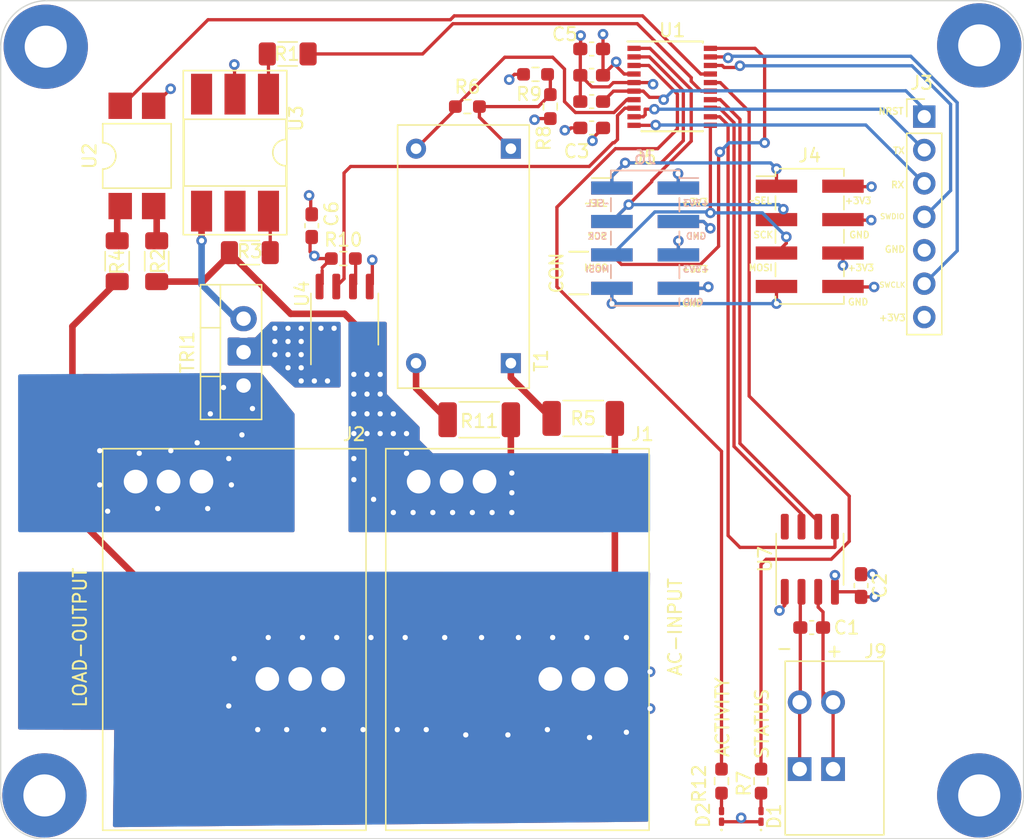
<source format=kicad_pcb>
(kicad_pcb (version 20210722) (generator pcbnew)
  (layers (0 "F.Cu" signal) (1 "In1.Cu" signal "VDD") (2 "In2.Cu" signal "GND") (31 "B.Cu" signal) (34 "B.Paste" user) (35 "F.Paste" user) (36 "B.SilkS" user "B.Silkscreen") (37 "F.SilkS" user "F.Silkscreen") (38 "B.Mask" user) (39 "F.Mask" user) (44 "Edge.Cuts" user))
  (net 0 "")
  (net 1 "Net-(U7-Pad2)")
  (net 2 "Net-(U7-Pad3)")
  (net 3 "GND")
  (net 4 "+3V3")
  (net 5 "Net-(D1-Pad2)")
  (net 6 "AC1")
  (net 7 "AC2")
  (net 8 "AC_LOAD0")
  (net 9 "enable_power")
  (net 10 "Net-(R1-Pad2)")
  (net 11 "Net-(U2-Pad2)")
  (net 12 "Net-(R3-Pad1)")
  (net 13 "Net-(U2-Pad1)")
  (net 14 "Net-(R5-Pad2)")
  (net 15 "Net-(R6-Pad1)")
  (net 16 "VOLTAGE_SENS")
  (net 17 "Net-(R10-Pad2)")
  (net 18 "AC_LOAD1")
  (net 19 "Net-(TRI1-Pad3)")
  (net 20 "CURRENT_SENS")
  (net 21 "/Untitled Sheet/CLK")
  (net 22 "/Untitled Sheet/MISO")
  (net 23 "/Untitled Sheet/~{CS}")
  (net 24 "zero_crossing")
  (net 27 "Net-(T1-Pad2)")
  (net 28 "NRST")
  (net 29 "Net-(D2-Pad2)")
  (net 30 "UART_RX")
  (net 31 "UART_TX")
  (net 32 "SWDIO")
  (net 33 "SWCLK")
  (net 34 "SPI_SCK")
  (net 35 "SPI_SEL")
  (net 36 "SPI_MOSI")
  (net 37 "SPI_MISO")
  (net 38 "Net-(R7-Pad2)")
  (net 39 "Net-(R12-Pad2)")
  (net 40 "RET_MISO")
  (footprint "LED_SMD:LED_0201_0603Metric_Pad0.64x0.40mm_HandSolder" (layer "F.Cu") (at 166.425 125.5925 90)
    (fp_text reference "D1")
    (fp_text value "LED_green" hide)
  )
  (footprint "Capacitor_SMD:C_0603_1608Metric_Pad1.08x0.95mm_HandSolder" (layer "F.Cu") (at 170.2725 111.239999)
    (fp_text reference "C1")
    (fp_text value "10.0nF" hide)
  )
  (footprint "Resistor_SMD:R_0603_1608Metric_Pad0.98x0.95mm_HandSolder" (layer "F.Cu") (at 149.3 69.2)
    (fp_text reference "R9")
    (fp_text value "100k" hide)
  )
  (footprint "Resistor_SMD:R_0603_1608Metric_Pad0.98x0.95mm_HandSolder" (layer "F.Cu") (at 163.425 122.9125 90)
    (fp_text reference "R12")
    (fp_text value "110" hide)
  )
  (footprint "Resistor_SMD:R_1206_3216Metric_Pad1.30x1.75mm_HandSolder" (layer "F.Cu") (at 120.52548 83.399519 -90)
    (fp_text reference "R2")
    (fp_text value "47k" hide)
  )
  (footprint "Connector_PinHeader_2.54mm:PinHeader_2x04_P2.54mm_Vertical_SMD" (layer "F.Cu") (at 170.125 81.51)
    (fp_text reference "J4")
    (fp_text value "Conn_02x04_Odd_Even")
  )
  (footprint "Package_SO:SOIC-8_3.9x4.9mm_P1.27mm" (layer "F.Cu") (at 134.8 87.8 90)
    (fp_text reference "U4")
    (fp_text value "ACS71240" hide)
  )
  (footprint "Capacitor_SMD:C_0603_1608Metric_Pad1.08x0.95mm_HandSolder" (layer "F.Cu") (at 153.5625 69.271466 180)
    (fp_text reference "C4" hide)
    (fp_text value "100nF" hide)
  )
  (footprint "" (layer "F.Cu") (at 183 67)
    (fp_text reference "")
    (fp_text value "")
  )
  (footprint "Resistor_SMD:R_0603_1608Metric_Pad0.98x0.95mm_HandSolder" (layer "F.Cu") (at 166.425 122.9125 90)
    (fp_text reference "R7")
    (fp_text value "110" hide)
  )
  (footprint "" (layer "F.Cu") (at 112 124)
    (fp_text reference "")
    (fp_text value "")
  )
  (footprint "Package_SO:SSOP-20_4.4x6.5mm_P0.65mm" (layer "F.Cu") (at 159.679511 70.149999)
    (fp_text reference "U1")
    (fp_text value "STM32G030F6P")
  )
  (footprint "pac:Transformer_ZMPT107-1" (layer "F.Cu") (at 147.425 91.149999 90)
    (fp_text reference "T1")
    (fp_text value "Transformer_1P_1S")
  )
  (footprint "Resistor_SMD:R_1206_3216Metric_Pad1.30x1.75mm_HandSolder" (layer "F.Cu") (at 127.6 82.749999 180)
    (fp_text reference "R3")
    (fp_text value "330" hide)
  )
  (footprint "Connector_PinHeader_2.54mm:PinHeader_2x04_P2.54mm_Vertical_SMD" (layer "F.Cu") (at 157.625 81.649999)
    (fp_text reference "J5")
    (fp_text value "Conn_02x04_Odd_Even")
  )
  (footprint "Capacitor_SMD:C_0603_1608Metric_Pad1.08x0.95mm_HandSolder" (layer "F.Cu") (at 153.5625 67.271466 180)
    (fp_text reference "C5")
    (fp_text value "4.7uF" hide)
  )
  (footprint "Resistor_SMD:R_1206_3216Metric_Pad1.30x1.75mm_HandSolder" (layer "F.Cu") (at 117.52548 83.399519 -90)
    (fp_text reference "R4")
    (fp_text value "47k" hide)
  )
  (footprint "Capacitor_SMD:C_0603_1608Metric_Pad1.08x0.95mm_HandSolder" (layer "F.Cu") (at 153.5625 73.271466 180)
    (fp_text reference "C3")
    (fp_text value "100nF" hide)
  )
  (footprint "Resistor_SMD:R_1206_3216Metric_Pad1.30x1.75mm_HandSolder" (layer "F.Cu") (at 130.475 67.649999 180)
    (fp_text reference "R1")
    (fp_text value "330" hide)
  )
  (footprint "Package_TO_SOT_THT:TO-220-3_Vertical" (layer "F.Cu") (at 127.125 92.849999 90)
    (fp_text reference "TRI1")
    (fp_text value "BTA16-600BWRG")
  )
  (footprint "Resistor_SMD:R_0603_1608Metric_Pad0.98x0.95mm_HandSolder" (layer "F.Cu") (at 150.425 71.649999 -90)
    (fp_text reference "R8")
    (fp_text value "100k" hide)
  )
  (footprint "Resistor_SMD:R_2010_5025Metric_Pad1.40x2.65mm_HandSolder" (layer "F.Cu") (at 145.025 95.449999 180)
    (fp_text reference "R11")
    (fp_text value "162k" hide)
  )
  (footprint "Package_SO:SOIC-8_3.9x4.9mm_P1.27mm" (layer "F.Cu") (at 170.135 106.049999 90)
    (fp_text reference "U7")
    (fp_text value "MAX31855KASA+T" hide)
  )
  (footprint "Connector_PinHeader_2.54mm:PinHeader_1x07_P2.54mm_Vertical" (layer "F.Cu") (at 178.825 72.409999)
    (fp_text reference "J3")
    (fp_text value "Conn_01x07" hide)
  )
  (footprint "Resistor_SMD:R_0603_1608Metric_Pad0.98x0.95mm_HandSolder" (layer "F.Cu") (at 144.125 71.649999 180)
    (fp_text reference "R6")
    (fp_text value "1650" hide)
  )
  (footprint "Package_DIP:SMDIP-4_W7.62mm" (layer "F.Cu") (at 119.02548 75.399519 90)
    (fp_text reference "U2")
    (fp_text value "PC3H4" hide)
  )
  (footprint "pac:con_A123829-ND‎" (layer "F.Cu") (at 169.36 122)
    (fp_text reference "J9")
    (fp_text value "Screw_Terminal_01x02" hide)
  )
  (footprint "Capacitor_SMD:C_0603_1608Metric_Pad1.08x0.95mm_HandSolder" (layer "F.Cu") (at 153.5625 71.271466 180)
    (fp_text reference "C7" hide)
    (fp_text value "1uF" hide)
  )
  (footprint "pac:con_EB167A-02-H" (layer "F.Cu") (at 126.425 111.649999)
    (fp_text reference "J2")
    (fp_text value "TB005-762-02BE" hide)
  )
  (footprint "Resistor_SMD:R_0603_1608Metric_Pad0.98x0.95mm_HandSolder" (layer "F.Cu") (at 134.7 83.2)
    (fp_text reference "R10")
    (fp_text value "10k")
  )
  (footprint "pac:con_EB167A-02-H" (layer "F.Cu") (at 147.925 111.649999)
    (fp_text reference "J1")
    (fp_text value "TB005-762-02BE" hide)
  )
  (footprint "MountingHole:MountingHole_3.2mm_M3_Pad" (layer "F.Cu") (at 112.1 67.1)
    (fp_text reference "REF**" hide)
    (fp_text value "MountingHole_3.2mm_M3_Pad" hide)
  )
  (footprint "Capacitor_SMD:C_0603_1608Metric_Pad1.08x0.95mm_HandSolder" (layer "F.Cu") (at 174.025 108.049999 -90)
    (fp_text reference "C2")
    (fp_text value "1.0uF" hide)
  )
  (footprint "Package_DIP:DIP-6_W8.89mm_SMDSocket_LongPads" (layer "F.Cu") (at 126.475 75.149999 -90)
    (fp_text reference "U3")
    (fp_text value "MOC3063S-TA1 " hide)
  )
  (footprint "LED_SMD:LED_0201_0603Metric_Pad0.64x0.40mm_HandSolder" (layer "F.Cu") (at 163.425 125.5925 90)
    (fp_text reference "D2")
    (fp_text value "LED_yellow" hide)
  )
  (footprint "Capacitor_SMD:C_0603_1608Metric_Pad1.08x0.95mm_HandSolder" (layer "F.Cu") (at 132.3 80.7 90)
    (fp_text reference "C6")
    (fp_text value "1uF")
  )
  (footprint "" (layer "F.Cu") (at 183 124)
    (fp_text reference "")
    (fp_text value "")
  )
  (footprint "Resistor_SMD:R_2010_5025Metric_Pad1.40x2.65mm_HandSolder" (layer "F.Cu") (at 152.925 95.349999 180)
    (fp_text reference "R5")
    (fp_text value "162k" hide)
  )
  (footprint "Connector_PinHeader_2.54mm:PinHeader_2x04_P2.54mm_Vertical_SMD" (layer "B.Cu") (at 157.625 81.649999 180)
    (fp_text reference "J6")
    (fp_text value "Conn_02x04_Odd_Even" hide)
  )
  (gr_arc (start 182.966548 67) (end 186.366548 67) (angle -90) (layer "Edge.Cuts") (width 0.1))
  (gr_arc (start 183.066548 124) (end 183.066548 127.3) (angle -90) (layer "Edge.Cuts") (width 0.1))
  (gr_line (start 111.974874 127.3) (end 183.066548 127.3) (layer "Edge.Cuts") (width 0.1))
  (gr_arc (start 111.974874 124) (end 108.674874 124) (angle -90) (layer "Edge.Cuts") (width 0.1))
  (gr_line (start 108.674874 124) (end 108.674874 67.1) (layer "Edge.Cuts") (width 0.1))
  (gr_line (start 182.966548 63.6) (end 112.174874 63.6) (layer "Edge.Cuts") (width 0.1))
  (gr_line (start 186.366548 124) (end 186.366548 67) (layer "Edge.Cuts") (width 0.1))
  (gr_arc (start 112.174874 67.1) (end 112.174874 63.6) (angle -90) (layer "Edge.Cuts") (width 0.1))
  (gr_text "+3V3" (at 161.5 84) (layer "B.SilkS") (effects (font (size 0.5 0.5) (thickness 0.1)) (justify mirror)))
  (gr_text "~SEL" (at 154 79) (layer "B.SilkS") (effects (font (size 0.5 0.5) (thickness 0.1)) (justify mirror)))
  (gr_text "GND" (at 161.295238 86.5) (layer "B.SilkS") (effects (font (size 0.5 0.5) (thickness 0.1)) (justify mirror)))
  (gr_text "MOSI" (at 154 84) (layer "B.SilkS") (effects (font (size 0.5 0.5) (thickness 0.1)) (justify mirror)))
  (gr_text "SCK" (at 154 81.5) (layer "B.SilkS") (effects (font (size 0.5 0.5) (thickness 0.1)) (justify mirror)))
  (gr_text "+3V3" (at 161.5 79) (layer "B.SilkS") (effects (font (size 0.5 0.5) (thickness 0.1)) (justify mirror)))
  (gr_text "GND" (at 161.5 81.5) (layer "B.SilkS") (effects (font (size 0.5 0.5) (thickness 0.1)) (justify mirror)))
  (gr_text "NRST" (at 176.3 72) (layer "F.SilkS") (effects (font (size 0.5 0.5) (thickness 0.1))))
  (gr_text "+3V3" (at 161.4 78.9) (layer "F.SilkS") (effects (font (size 0.5 0.5) (thickness 0.1))))
  (gr_text "~SEL" (at 153.9 79) (layer "F.SilkS") (effects (font (size 0.5 0.5) (thickness 0.1))))
  (gr_text "GND" (at 176.6 82.5) (layer "F.SilkS") (effects (font (size 0.5 0.5) (thickness 0.1))))
  (gr_text "GND" (at 173.8 86.5) (layer "F.SilkS") (effects (font (size 0.5 0.5) (thickness 0.1))))
  (gr_text "+3V3" (at 174 83.9) (layer "F.SilkS") (effects (font (size 0.5 0.5) (thickness 0.1))))
  (gr_text "SWDIO" (at 176.4 80) (layer "F.SilkS") (effects (font (size 0.4 0.4) (thickness 0.075))))
  (gr_text "SCK" (at 154 81.5) (layer "F.SilkS") (effects (font (size 0.5 0.5) (thickness 0.1))))
  (gr_text "SWCLK" (at 176.4 85.2) (layer "F.SilkS") (effects (font (size 0.4 0.4) (thickness 0.075))))
  (gr_text "-" (at 168.2 112.8) (layer "F.SilkS") (effects (font (size 1 1))))
  (gr_text "+3V3" (at 161.4 84) (layer "F.SilkS") (effects (font (size 0.5 0.5) (thickness 0.1))))
  (gr_text "GND" (at 173.9 81.4) (layer "F.SilkS") (effects (font (size 0.5 0.5) (thickness 0.1))))
  (gr_text "GND" (at 161.5 81.5) (layer "F.SilkS") (effects (font (size 0.5 0.5) (thickness 0.1))))
  (gr_text "SCK" (at 166.6 81.4) (layer "F.SilkS") (effects (font (size 0.5 0.5) (thickness 0.1))))
  (gr_text "TX" (at 176.9 75) (layer "F.SilkS") (effects (font (size 0.5 0.5) (thickness 0.1))))
  (gr_text "MOSI" (at 166.4 83.9) (layer "F.SilkS") (effects (font (size 0.5 0.5) (thickness 0.1))))
  (gr_text "+3V3" (at 176.4 87.7) (layer "F.SilkS") (effects (font (size 0.5 0.5) (thickness 0.1))))
  (gr_text "RX" (at 176.8 77.6) (layer "F.SilkS") (effects (font (size 0.5 0.5) (thickness 0.1))))
  (gr_text "+" (at 172 113) (layer "F.SilkS") (effects (font (size 1 1))))
  (gr_text "~SEL" (at 166.4 78.8) (layer "F.SilkS") (effects (font (size 0.5 0.5) (thickness 0.1))))
  (gr_text "MISO" (at 153.9 83.9) (layer "F.SilkS") (effects (font (size 0.5 0.5) (thickness 0.1))))
  (gr_text "GND" (at 161.2 86.6) (layer "F.SilkS") (effects (font (size 0.5 0.5) (thickness 0.1))))
  (gr_text "+3V3" (at 173.8 78.8) (layer "F.SilkS") (effects (font (size 0.5 0.5) (thickness 0.1))))
  (gr_text "CON\n|   |" (at 151.7 84.3 90) (layer "F.SilkS") (effects (font (size 1 1))))
  (segment (start 169.36 116.92) (end 169.36 122) (width 0.25) (layer "F.Cu") (net 1))
  (segment (start 169.41 111.239999) (end 169.41 117.494999) (width 0.25) (layer "F.Cu") (net 1))
  (segment (start 169.41 108.614999) (end 169.5 108.524999) (width 0.25) (layer "F.Cu") (net 1))
  (segment (start 169.41 111.239999) (end 169.41 108.614999) (width 0.25) (layer "F.Cu") (net 1))
  (segment (start 171.9 116.92) (end 171.9 122) (width 0.25) (layer "F.Cu") (net 2))
  (segment (start 171.135 111.239999) (end 171.135 116.829999) (width 0.25) (layer "F.Cu") (net 2))
  (segment (start 171.135 110.059999) (end 170.77 109.694999) (width 0.25) (layer "F.Cu") (net 2))
  (segment (start 171.16 116.18) (end 171.9 116.92) (width 0.25) (layer "F.Cu") (net 2))
  (segment (start 170.77 109.694999) (end 170.77 108.524999) (width 0.25) (layer "F.Cu") (net 2))
  (segment (start 171.135 111.239999) (end 171.135 110.059999) (width 0.25) (layer "F.Cu") (net 2))
  (segment (start 162.575 80.899999) (end 162.055 80.379999) (width 0.25) (layer "F.Cu") (net 3))
  (segment (start 152.725 66.749999) (end 152.712456 66.762543) (width 0.25) (layer "F.Cu") (net 3))
  (segment (start 154.885365 70.149999) (end 153.578533 70.149999) (width 0.25) (layer "F.Cu") (net 3))
  (segment (start 168.23 108.524999) (end 168.23 109.544999) (width 0.25) (layer "F.Cu") (net 3))
  (segment (start 152.7 67.271466) (end 152.712456 66.762543) (width 0.25) (layer "F.Cu") (net 3))
  (segment (start 151.525 73.449999) (end 151.925 73.349999) (width 0.25) (layer "F.Cu") (net 3))
  (segment (start 152.7 71.271466) (end 152.7 69.271466) (width 0.25) (layer "F.Cu") (net 3))
  (segment (start 136.905 85.125) (end 136.705 85.325) (width 0.25) (layer "F.Cu") (net 3))
  (segment (start 162.315 85.459999) (end 162.425 85.349999) (width 0.25) (layer "F.Cu") (net 3))
  (segment (start 172.65 85.359999) (end 175.015 85.359999) (width 0.25) (layer "F.Cu") (net 3))
  (segment (start 126.475 70.704999) (end 126.435846 68.939153) (width 0.25) (layer "F.Cu") (net 3))
  (segment (start 148.3875 69.2) (end 147.7 69.2) (width 0.25) (layer "F.Cu") (net 3))
  (segment (start 152.7 69.271466) (end 152.7 67.271466) (width 0.25) (layer "F.Cu") (net 3))
  (segment (start 156.779511 69.824999) (end 155.210365 69.824999) (width 0.25) (layer "F.Cu") (net 3))
  (segment (start 153.578533 70.149999) (end 152.7 69.271466) (width 0.25) (layer "F.Cu") (net 3))
  (segment (start 155.210365 69.824999) (end 154.885365 70.149999) (width 0.25) (layer "F.Cu") (net 3))
  (segment (start 121.58548 70.299519) (end 120.29548 71.589519) (width 0.25) (layer "F.Cu") (net 3))
  (segment (start 168.23 109.544999) (end 167.825 109.949999) (width 0.25) (layer "F.Cu") (net 3))
  (segment (start 172.65 80.279999) (end 174.795 80.279999) (width 0.25) (layer "F.Cu") (net 3))
  (segment (start 132.1 78.4) (end 132.225 78.525) (width 0.25) (layer "F.Cu") (net 3))
  (segment (start 126.425 68.449999) (end 126.425 68.928307) (width 0.25) (layer "F.Cu") (net 3))
  (segment (start 152.725 66.249999) (end 152.725 66.749999) (width 0.25) (layer "F.Cu") (net 3))
  (segment (start 152.003533 73.271466) (end 151.525 73.449999) (width 0.25) (layer "F.Cu") (net 3))
  (segment (start 160.15 85.459999) (end 162.315 85.459999) (width 0.25) (layer "F.Cu") (net 3))
  (segment (start 126.425 68.449999) (end 126.475 68.799999) (width 0.25) (layer "F.Cu") (net 3))
  (segment (start 147.7 69.2) (end 147.3 69.6) (width 0.25) (layer "F.Cu") (net 3))
  (segment (start 136.9 83.3) (end 136.905 83.305) (width 0.25) (layer "F.Cu") (net 3))
  (segment (start 136.905 83.505) (end 136.905 85.125) (width 0.25) (layer "F.Cu") (net 3))
  (segment (start 126.425 68.928307) (end 126.435846 68.939153) (width 0.25) (layer "F.Cu") (net 3))
  (segment (start 132.225 78.525) (end 132.225 79.7625) (width 0.25) (layer "F.Cu") (net 3))
  (segment (start 156.779511 69.824999) (end 158.1 69.824999) (width 0.25) (layer "F.Cu") (net 3))
  (segment (start 162.055 80.379999) (end 160.15 80.379999) (width 0.25) (layer "F.Cu") (net 3))
  (segment (start 174.025 107.187499) (end 174.8875 107.187499) (width 0.25) (layer "F.Cu") (net 3))
  (segment (start 152.725 66.249999) (end 152.7 66.574999) (width 0.25) (layer "F.Cu") (net 3))
  (segment (start 152.7 73.271466) (end 152.003533 73.271466) (width 0.25) (layer "F.Cu") (net 3))
  (segment (start 132.225 79.7625) (end 132.3 79.8375) (width 0.25) (layer "F.Cu") (net 3))
  (segment (start 158.1 69.824999) (end 158.225 69.949999) (width 0.25) (layer "F.Cu") (net 3))
  (via (at 136.9 83.3) (size 0.8) (drill 0.4) (layers "F.Cu" "B.Cu") (net 3))
  (via (at 175.015 85.359999) (size 0.8) (drill 0.4) (layers "F.Cu" "B.Cu") (net 3))
  (via (at 158.225 69.949999) (size 0.8) (drill 0.4) (layers "F.Cu" "B.Cu") (net 3))
  (via (at 174.8875 107.187499) (size 0.8) (drill 0.4) (layers "F.Cu" "B.Cu") (net 3))
  (via (at 174.795 80.279999) (size 0.8) (drill 0.4) (layers "F.Cu" "B.Cu") (net 3))
  (via (at 126.425 68.449999) (size 0.8) (drill 0.4) (layers "F.Cu" "B.Cu") (net 3))
  (via (at 167.825 109.949999) (size 0.8) (drill 0.4) (layers "F.Cu" "B.Cu") (net 3))
  (via (at 132.1 78.4) (size 0.8) (drill 0.4) (layers "F.Cu" "B.Cu") (net 3))
  (via (at 152.725 66.249999) (size 0.8) (drill 0.4) (layers "F.Cu" "B.Cu") (net 3))
  (via (at 162.575 80.899999) (size 0.8) (drill 0.4) (layers "F.Cu" "B.Cu") (net 3))
  (via (at 151.525 73.449999) (size 0.8) (drill 0.4) (layers "F.Cu" "B.Cu") (net 3))
  (via (at 147.3 69.6) (size 0.8) (drill 0.4) (layers "F.Cu" "B.Cu") (net 3))
  (via (at 162.425 85.349999) (size 0.8) (drill 0.4) (layers "F.Cu" "B.Cu") (net 3))
  (via (at 121.58548 70.299519) (size 0.8) (drill 0.4) (layers "F.Cu" "B.Cu") (net 3))
  (segment (start 160.15 80.379999) (end 162.055 80.379999) (width 0.25) (layer "B.Cu") (net 3))
  (segment (start 162.315 85.459999) (end 162.425 85.349999) (width 0.25) (layer "B.Cu") (net 3))
  (segment (start 160.15 85.459999) (end 162.315 85.459999) (width 0.25) (layer "B.Cu") (net 3))
  (segment (start 162.055 80.379999) (end 162.575 80.899999) (width 0.25) (layer "B.Cu") (net 3))
  (segment (start 172.65 77.739999) (end 174.815 77.739999) (width 0.25) (layer "F.Cu") (net 4))
  (segment (start 160.15 82.919999) (end 160.15 81.849999) (width 0.25) (layer "F.Cu") (net 4))
  (segment (start 132.7 83.2) (end 133.7875 83.2) (width 0.25) (layer "F.Cu") (net 4))
  (segment (start 153.625 74.249999) (end 153.625 74.071466) (width 0.25) (layer "F.Cu") (net 4))
  (segment (start 154.425 69.249999) (end 155.425 68.249999) (width 0.25) (layer "F.Cu") (net 4))
  (segment (start 172.04 108.524999) (end 172.04 107.264999) (width 0.25) (layer "F.Cu") (net 4))
  (segment (start 133.095 83.8925) (end 133.7875 83.2) (width 0.25) (layer "F.Cu") (net 4))
  (segment (start 132.175 81.6875) (end 132.3 81.5625) (width 0.25) (layer "F.Cu") (net 4))
  (segment (start 154.425 67.271466) (end 154.425 66.149999) (width 0.25) (layer "F.Cu") (net 4))
  (segment (start 132.175 82.675) (end 132.175 81.6875) (width 0.25) (layer "F.Cu") (net 4))
  (segment (start 132.5 83) (end 132.175 82.675) (width 0.25) (layer "F.Cu") (net 4))
  (segment (start 172.04 108.524999) (end 173.6375 108.524999) (width 0.25) (layer "F.Cu") (net 4))
  (segment (start 154.425 69.271466) (end 154.425 67.271466) (width 0.25) (layer "F.Cu") (net 4))
  (segment (start 155.425 68.570488) (end 155.425 68.249999) (width 0.25) (layer "F.Cu") (net 4))
  (segment (start 149.3125 72.562499) (end 149.225 72.649999) (width 0.25) (layer "F.Cu") (net 4))
  (segment (start 133.095 85.125) (end 133.095 84.0925) (width 0.25) (layer "F.Cu") (net 4))
  (segment (start 163.425 126) (end 164.9175 126) (width 0.25) (layer "F.Cu") (net 4))
  (segment (start 164.9175 126) (end 164.9175 125.7) (width 0.25) (layer "F.Cu") (net 4))
  (segment (start 172.65 82.819999) (end 172.65 83.724999) (width 0.25) (layer "F.Cu") (net 4))
  (segment (start 160.15 77.839999) (end 160.125 76.749999) (width 0.25) (layer "F.Cu") (net 4))
  (segment (start 156.029511 69.174999) (end 155.425 68.570488) (width 0.25) (layer "F.Cu") (net 4))
  (segment (start 150.425 72.562499) (end 149.3125 72.562499) (width 0.25) (layer "F.Cu") (net 4))
  (segment (start 164.9175 126) (end 166.425 126) (width 0.25) (layer "F.Cu") (net 4))
  (segment (start 132.5 83) (end 132.7 83.2) (width 0.25) (layer "F.Cu") (net 4))
  (segment (start 174.025 108.912499) (end 175.0625 108.912499) (width 0.25) (layer "F.Cu") (net 4))
  (segment (start 156.779511 69.174999) (end 156.029511 69.174999) (width 0.25) (layer "F.Cu") (net 4))
  (segment (start 173.6375 108.524999) (end 174.025 108.912499) (width 0.25) (layer "F.Cu") (net 4))
  (segment (start 153.625 74.071466) (end 154.425 73.271466) (width 0.25) (layer "F.Cu") (net 4))
  (segment (start 132.895 85.325) (end 133.095 85.125) (width 0.25) (layer "F.Cu") (net 4))
  (via (at 172.04 107.264999) (size 0.8) (drill 0.4) (layers "F.Cu" "B.Cu") (net 4))
  (via (at 164.9175 125.7) (size 0.8) (drill 0.4) (layers "F.Cu" "B.Cu") (net 4))
  (via (at 149.225 72.649999) (size 0.8) (drill 0.4) (layers "F.Cu" "B.Cu") (net 4))
  (via (at 154.425 66.149999) (size 0.8) (drill 0.4) (layers "F.Cu" "B.Cu") (net 4))
  (via (at 172.65 83.724999) (size 0.8) (drill 0.4) (layers "F.Cu" "B.Cu") (net 4))
  (via (at 160.125 76.749999) (size 0.8) (drill 0.4) (layers "F.Cu" "B.Cu") (net 4))
  (via (at 155.425 68.249999) (size 0.8) (drill 0.4) (layers "F.Cu" "B.Cu") (net 4))
  (via (at 175.0625 108.912499) (size 0.8) (drill 0.4) (layers "F.Cu" "B.Cu") (net 4))
  (via (at 153.625 74.249999) (size 0.8) (drill 0.4) (layers "F.Cu" "B.Cu") (net 4))
  (via (at 132.5 83) (size 0.8) (drill 0.4) (layers "F.Cu" "B.Cu") (net 4))
  (via (at 174.815 77.739999) (size 0.8) (drill 0.4) (layers "F.Cu" "B.Cu") (net 4))
  (via (at 160.15 81.849999) (size 0.8) (drill 0.4) (layers "F.Cu" "B.Cu") (net 4))
  (segment (start 160.15 82.919999) (end 160.15 81.849999) (width 0.25) (layer "B.Cu") (net 4))
  (segment (start 160.15 77.839999) (end 160.125 76.749999) (width 0.25) (layer "B.Cu") (net 4))
  (segment (start 166.425 123.825) (end 166.425 125.185) (width 0.25) (layer "F.Cu") (net 5))
  (segment (start 130.700001 87.4) (end 134.8 87.4) (width 0.5) (layer "F.Cu") (net 6))
  (segment (start 136.2 88.8) (end 136.2 89.77) (width 0.5) (layer "F.Cu") (net 6))
  (segment (start 147.425 95.449999) (end 147.425 98.149999) (width 0.5) (layer "F.Cu") (net 6))
  (segment (start 126.05 82.749999) (end 126.05 82.924999) (width 0.5) (layer "F.Cu") (net 6))
  (segment (start 147.425 98.149999) (end 145.425 100.149999) (width 0.5) (layer "F.Cu") (net 6))
  (segment (start 134.8 87.4) (end 136.2 88.8) (width 0.5) (layer "F.Cu") (net 6))
  (segment (start 136.2 89.77) (end 136.705 90.275) (width 0.5) (layer "F.Cu") (net 6))
  (segment (start 126.05 82.924999) (end 124.02548 84.949519) (width 0.5) (layer "F.Cu") (net 6))
  (segment (start 126.05 82.749999) (end 130.700001 87.4) (width 0.5) (layer "F.Cu") (net 6))
  (segment (start 124.02548 84.949519) (end 120.52548 84.949519) (width 0.5) (layer "F.Cu") (net 6))
  (via (at 147.5 99.5) (size 0.8) (drill 0.4) (layers "F.Cu" "B.Cu") (net 6))
  (via (at 143 102.5) (size 0.8) (drill 0.4) (layers "F.Cu" "B.Cu") (net 6))
  (via (at 144.5 102.5) (size 0.8) (drill 0.4) (layers "F.Cu" "B.Cu") (net 6))
  (via (at 136.5 92) (size 0.8) (drill 0.4) (layers "F.Cu" "B.Cu") (net 6))
  (via (at 135.5 95) (size 0.8) (drill 0.4) (layers "F.Cu" "B.Cu") (net 6))
  (via (at 147.5 102.5) (size 0.8) (drill 0.4) (layers "F.Cu" "B.Cu") (net 6))
  (via (at 138.5 102.5) (size 0.8) (drill 0.4) (layers "F.Cu" "B.Cu") (net 6))
  (via (at 138.5 96.5) (size 0.8) (drill 0.4) (layers "F.Cu" "B.Cu") (net 6))
  (via (at 135.5 96.5) (size 0.8) (drill 0.4) (layers "F.Cu" "B.Cu") (net 6))
  (via (at 139.5 96.5) (size 0.8) (drill 0.4) (layers "F.Cu" "B.Cu") (net 6))
  (via (at 136.5 95) (size 0.8) (drill 0.4) (layers "F.Cu" "B.Cu") (net 6))
  (via (at 137.5 96.5) (size 0.8) (drill 0.4) (layers "F.Cu" "B.Cu") (net 6))
  (via (at 136.5 96.5) (size 0.8) (drill 0.4) (layers "F.Cu" "B.Cu") (net 6))
  (via (at 135.5 98.4) (size 0.8) (drill 0.4) (layers "F.Cu" "B.Cu") (net 6))
  (via (at 139.5 98) (size 0.8) (drill 0.4) (layers "F.Cu" "B.Cu") (net 6))
  (via (at 135.5 100) (size 0.8) (drill 0.4) (layers "F.Cu" "B.Cu") (net 6))
  (via (at 135.5 93.5) (size 0.8) (drill 0.4) (layers "F.Cu" "B.Cu") (net 6))
  (via (at 140 102.5) (size 0.8) (drill 0.4) (layers "F.Cu" "B.Cu") (net 6))
  (via (at 136.5 93.5) (size 0.8) (drill 0.4) (layers "F.Cu" "B.Cu") (net 6))
  (via (at 146 102.5) (size 0.8) (drill 0.4) (layers "F.Cu" "B.Cu") (net 6))
  (via (at 137 101.5) (size 0.8) (drill 0.4) (layers "F.Cu" "B.Cu") (net 6))
  (via (at 147.5 101) (size 0.8) (drill 0.4) (layers "F.Cu" "B.Cu") (net 6))
  (via (at 135.5 92) (size 0.8) (drill 0.4) (layers "F.Cu" "B.Cu") (net 6))
  (via (at 137.5 93.5) (size 0.8) (drill 0.4) (layers "F.Cu" "B.Cu") (net 6))
  (via (at 138.5 95) (size 0.8) (drill 0.4) (layers "F.Cu" "B.Cu") (net 6))
  (via (at 141.5 102.5) (size 0.8) (drill 0.4) (layers "F.Cu" "B.Cu") (net 6))
  (via (at 137.5 92) (size 0.8) (drill 0.4) (layers "F.Cu" "B.Cu") (net 6))
  (via (at 137.5 95) (size 0.8) (drill 0.4) (layers "F.Cu" "B.Cu") (net 6))
  (segment (start 114.125 102.549999) (end 114.125 88.349999) (width 0.5) (layer "F.Cu") (net 7))
  (segment (start 114.125 88.349999) (end 117.52548 84.949519) (width 0.5) (layer "F.Cu") (net 7))
  (segment (start 155.325 115.049999) (end 155.425 115.149999) (width 0.5) (layer "F.Cu") (net 7))
  (segment (start 155.325 95.349999) (end 155.325 115.049999) (width 0.5) (layer "F.Cu") (net 7))
  (segment (start 126.725 115.149999) (end 114.125 102.549999) (width 0.5) (layer "F.Cu") (net 7))
  (segment (start 128.925 115.149999) (end 126.725 115.149999) (width 0.5) (layer "F.Cu") (net 7))
  (via (at 130.4 119) (size 0.8) (drill 0.4) (layers "F.Cu" "B.Cu") (net 7))
  (via (at 133.2 119) (size 0.8) (drill 0.4) (layers "F.Cu" "B.Cu") (net 7))
  (via (at 136.2 119) (size 0.8) (drill 0.4) (layers "F.Cu" "B.Cu") (net 7))
  (via (at 131.6 112) (size 0.8) (drill 0.4) (layers "F.Cu" "B.Cu") (net 7))
  (via (at 145.2 112) (size 0.8) (drill 0.4) (layers "F.Cu" "B.Cu") (net 7))
  (via (at 150.6 112) (size 0.8) (drill 0.4) (layers "F.Cu" "B.Cu") (net 7))
  (via (at 129 112) (size 0.8) (drill 0.4) (layers "F.Cu" "B.Cu") (net 7))
  (via (at 153.2 112) (size 0.8) (drill 0.4) (layers "F.Cu" "B.Cu") (net 7))
  (via (at 150.2 119) (size 0.8) (drill 0.4) (layers "F.Cu" "B.Cu") (net 7))
  (via (at 156.2 112) (size 0.8) (drill 0.4) (layers "F.Cu" "B.Cu") (net 7))
  (via (at 153.4 119.6) (size 0.8) (drill 0.4) (layers "F.Cu" "B.Cu") (net 7))
  (via (at 144 119.4) (size 0.8) (drill 0.4) (layers "F.Cu" "B.Cu") (net 7))
  (via (at 134.2 112) (size 0.8) (drill 0.4) (layers "F.Cu" "B.Cu") (net 7))
  (via (at 156.2 119.2) (size 0.8) (drill 0.4) (layers "F.Cu" "B.Cu") (net 7))
  (via (at 158 117.4) (size 0.8) (drill 0.4) (layers "F.Cu" "B.Cu") (net 7))
  (via (at 148 112) (size 0.8) (drill 0.4) (layers "F.Cu" "B.Cu") (net 7))
  (via (at 126.4 113.6) (size 0.8) (drill 0.4) (layers "F.Cu" "B.Cu") (net 7))
  (via (at 147.2 119.4) (size 0.8) (drill 0.4) (layers "F.Cu" "B.Cu") (net 7))
  (via (at 138.8 119) (size 0.8) (drill 0.4) (layers "F.Cu" "B.Cu") (net 7))
  (via (at 136.8 112) (size 0.8) (drill 0.4) (layers "F.Cu" "B.Cu") (net 7))
  (via (at 126 117.2) (size 0.8) (drill 0.4) (layers "F.Cu" "B.Cu") (net 7))
  (via (at 139.4 112) (size 0.8) (drill 0.4) (layers "F.Cu" "B.Cu") (net 7))
  (via (at 128.2 119) (size 0.8) (drill 0.4) (layers "F.Cu" "B.Cu") (net 7))
  (via (at 142.4 112) (size 0.8) (drill 0.4) (layers "F.Cu" "B.Cu") (net 7))
  (via (at 158 114.6) (size 0.8) (drill 0.4) (layers "F.Cu" "B.Cu") (net 7))
  (via (at 141 119) (size 0.8) (drill 0.4) (layers "F.Cu" "B.Cu") (net 7))
  (via (at 126.2 100.4) (size 0.8) (drill 0.4) (layers "F.Cu" "B.Cu") (net 8))
  (via (at 116.8 102.4) (size 0.8) (drill 0.4) (layers "F.Cu" "B.Cu") (net 8))
  (via (at 123.6 97.2) (size 0.8) (drill 0.4) (layers "F.Cu" "B.Cu") (net 8))
  (via (at 126 98.4) (size 0.8) (drill 0.4) (layers "F.Cu" "B.Cu") (net 8))
  (via (at 116.2 100.4) (size 0.8) (drill 0.4) (layers "F.Cu" "B.Cu") (net 8))
  (via (at 120.6 102.2) (size 0.8) (drill 0.4) (layers "F.Cu" "B.Cu") (net 8))
  (via (at 116.2 97.8) (size 0.8) (drill 0.4) (layers "F.Cu" "B.Cu") (net 8))
  (via (at 119.2 98) (size 0.8) (drill 0.4) (layers "F.Cu" "B.Cu") (net 8))
  (via (at 127.8 94.6) (size 0.8) (drill 0.4) (layers "F.Cu" "B.Cu") (net 8))
  (via (at 125.6 93) (size 0.8) (drill 0.4) (layers "F.Cu" "B.Cu") (net 8))
  (via (at 124.4 102.2) (size 0.8) (drill 0.4) (layers "F.Cu" "B.Cu") (net 8))
  (via (at 127 96.6) (size 0.8) (drill 0.4) (layers "F.Cu" "B.Cu") (net 8))
  (via (at 124.6 95) (size 0.8) (drill 0.4) (layers "F.Cu" "B.Cu") (net 8))
  (via (at 121.6 97.8) (size 0.8) (drill 0.4) (layers "F.Cu" "B.Cu") (net 8))
  (segment (start 161.125 69.71951) (end 161.880489 70.474999) (width 0.25) (layer "F.Cu") (net 9))
  (segment (start 157.025 65.349999) (end 161.125 69.449999) (width 0.25) (layer "F.Cu") (net 9))
  (segment (start 161.125 69.449999) (end 161.125 69.71951) (width 0.25) (layer "F.Cu") (net 9))
  (segment (start 143.025 65.349999) (end 157.025 65.349999) (width 0.25) (layer "F.Cu") (net 9))
  (segment (start 132.025 67.649999) (end 140.725 67.649999) (width 0.25) (layer "F.Cu") (net 9))
  (segment (start 140.725 67.649999) (end 143.025 65.349999) (width 0.25) (layer "F.Cu") (net 9))
  (segment (start 161.880489 70.474999) (end 162.579511 70.474999) (width 0.25) (layer "F.Cu") (net 9))
  (segment (start 129.015 70.704999) (end 129.015 67.739999) (width 0.25) (layer "F.Cu") (net 10))
  (segment (start 129.015 67.739999) (end 128.925 67.649999) (width 0.25) (layer "F.Cu") (net 10))
  (segment (start 120.52548 79.439519) (end 120.29548 79.209519) (width 0.5) (layer "F.Cu") (net 11))
  (segment (start 120.52548 81.849519) (end 120.52548 79.439519) (width 0.5) (layer "F.Cu") (net 11))
  (segment (start 129.015 79.594999) (end 129.15 79.729999) (width 0.25) (layer "F.Cu") (net 12))
  (segment (start 129.15 79.729999) (end 129.15 82.749999) (width 0.25) (layer "F.Cu") (net 12))
  (segment (start 117.52548 79.439519) (end 117.75548 79.209519) (width 0.5) (layer "F.Cu") (net 13))
  (segment (start 117.52548 81.849519) (end 117.52548 79.439519) (width 0.5) (layer "F.Cu") (net 13))
  (segment (start 147.425 92.249999) (end 150.525 95.349999) (width 0.5) (layer "F.Cu") (net 14))
  (segment (start 147.425 91.149999) (end 147.425 92.249999) (width 0.5) (layer "F.Cu") (net 14))
  (segment (start 150.425 70.737499) (end 150.425 69.149999) (width 0.25) (layer "F.Cu") (net 15))
  (segment (start 145.0375 72.462499) (end 147.425 74.849999) (width 0.25) (layer "F.Cu") (net 15))
  (segment (start 149.5125 71.649999) (end 150.425 70.737499) (width 0.25) (layer "F.Cu") (net 15))
  (segment (start 145.0375 71.649999) (end 149.5125 71.649999) (width 0.25) (layer "F.Cu") (net 15))
  (segment (start 145.0375 71.649999) (end 145.0375 72.462499) (width 0.25) (layer "F.Cu") (net 15))
  (segment (start 146.962499 67.9) (end 150.6 67.9) (width 0.25) (layer "F.Cu") (net 16))
  (segment (start 143.2125 71.649999) (end 146.962499 67.9) (width 0.25) (layer "F.Cu") (net 16))
  (segment (start 155.261192 72.1) (end 156.236193 71.124999) (width 0.25) (layer "F.Cu") (net 16))
  (segment (start 151.5 71.268942) (end 152.331058 72.1) (width 0.25) (layer "F.Cu") (net 16))
  (segment (start 140.225 74.849999) (end 143.2125 71.862499) (width 0.25) (layer "F.Cu") (net 16))
  (segment (start 151.5 68.8) (end 151.5 71.268942) (width 0.25) (layer "F.Cu") (net 16))
  (segment (start 156.236193 71.124999) (end 156.779511 71.124999) (width 0.25) (layer "F.Cu") (net 16))
  (segment (start 143.2125 71.862499) (end 143.2125 71.649999) (width 0.25) (layer "F.Cu") (net 16))
  (segment (start 150.6 67.9) (end 151.5 68.8) (width 0.25) (layer "F.Cu") (net 16))
  (segment (start 152.331058 72.1) (end 155.261192 72.1) (width 0.25) (layer "F.Cu") (net 16))
  (segment (start 135.435 85.325) (end 135.635 85.125) (width 0.25) (layer "F.Cu") (net 17))
  (segment (start 135.635 85.125) (end 135.635 83.4225) (width 0.25) (layer "F.Cu") (net 17))
  (segment (start 135.635 83.2225) (end 135.6125 83.2) (width 0.25) (layer "F.Cu") (net 17))
  (via (at 132.5 92.5) (size 0.8) (drill 0.4) (layers "F.Cu" "B.Cu") (net 18))
  (via (at 130.5 91.5) (size 0.8) (drill 0.4) (layers "F.Cu" "B.Cu") (net 18))
  (via (at 130.5 90.5) (size 0.8) (drill 0.4) (layers "F.Cu" "B.Cu") (net 18))
  (via (at 130.5 88.5) (size 0.8) (drill 0.4) (layers "F.Cu" "B.Cu") (net 18))
  (via (at 130.5 89.5) (size 0.8) (drill 0.4) (layers "F.Cu" "B.Cu") (net 18))
  (via (at 134 88.5) (size 0.8) (drill 0.4) (layers "F.Cu" "B.Cu") (net 18))
  (via (at 131.5 90.5) (size 0.8) (drill 0.4) (layers "F.Cu" "B.Cu") (net 18))
  (via (at 131.5 88.5) (size 0.8) (drill 0.4) (layers "F.Cu" "B.Cu") (net 18))
  (via (at 129.5 89.5) (size 0.8) (drill 0.4) (layers "F.Cu" "B.Cu") (net 18))
  (via (at 129.5 90.5) (size 0.8) (drill 0.4) (layers "F.Cu" "B.Cu") (net 18))
  (via (at 129.5 88.5) (size 0.8) (drill 0.4) (layers "F.Cu" "B.Cu") (net 18))
  (via (at 131.5 89.5) (size 0.8) (drill 0.4) (layers "F.Cu" "B.Cu") (net 18))
  (via (at 133.5 92.5) (size 0.8) (drill 0.4) (layers "F.Cu" "B.Cu") (net 18))
  (via (at 131.5 92.5) (size 0.8) (drill 0.4) (layers "F.Cu" "B.Cu") (net 18))
  (via (at 131.5 91.5) (size 0.8) (drill 0.4) (layers "F.Cu" "B.Cu") (net 18))
  (via (at 133 88.5) (size 0.8) (drill 0.4) (layers "F.Cu" "B.Cu") (net 18))
  (segment (start 123.935 79.594999) (end 123.935 81.839999) (width 0.5) (layer "F.Cu") (net 19))
  (via (at 123.935 81.839999) (size 0.8) (drill 0.4) (layers "F.Cu" "B.Cu") (net 19))
  (segment (start 126.545 87.769999) (end 127.125 87.769999) (width 0.5) (layer "B.Cu") (net 19))
  (segment (start 123.935 85.159999) (end 126.545 87.769999) (width 0.5) (layer "B.Cu") (net 19))
  (segment (start 123.935 81.839999) (end 123.935 85.159999) (width 0.5) (layer "B.Cu") (net 19))
  (segment (start 134.75548 76.698121) (end 135.253601 76.2) (width 0.25) (layer "F.Cu") (net 20))
  (segment (start 155.525 74.149999) (end 155.525 72.330488) (width 0.25) (layer "F.Cu") (net 20))
  (segment (start 155.17978 74.400479) (end 155.27452 74.400479) (width 0.25) (layer "F.Cu") (net 20))
  (segment (start 134.165 85.325) (end 134.75548 84.73452) (width 0.25) (layer "F.Cu") (net 20))
  (segment (start 153.380259 76.2) (end 155.17978 74.400479) (width 0.25) (layer "F.Cu") (net 20))
  (segment (start 155.525 72.330488) (end 156.080489 71.774999) (width 0.25) (layer "F.Cu") (net 20))
  (segment (start 155.27452 74.400479) (end 155.525 74.149999) (width 0.25) (layer "F.Cu") (net 20))
  (segment (start 135.253601 76.2) (end 153.380259 76.2) (width 0.25) (layer "F.Cu") (net 20))
  (segment (start 156.080489 71.774999) (end 156.779511 71.774999) (width 0.25) (layer "F.Cu") (net 20))
  (segment (start 134.75548 84.73452) (end 134.75548 76.698121) (width 0.25) (layer "F.Cu") (net 20))
  (segment (start 163.925 104.249999) (end 163.925 73.057184) (width 0.25) (layer "F.Cu") (net 21))
  (segment (start 172.04 103.574999) (end 172.04 105.134999) (width 0.25) (layer "F.Cu") (net 21))
  (segment (start 163.925 73.057184) (end 163.292815 72.424999) (width 0.25) (layer "F.Cu") (net 21))
  (segment (start 163.292815 72.424999) (end 162.579511 72.424999) (width 0.25) (layer "F.Cu") (net 21))
  (segment (start 172.04 105.134999) (end 172.025 105.149999) (width 0.25) (layer "F.Cu") (net 21))
  (segment (start 172.025 105.149999) (end 164.825 105.149999) (width 0.25) (layer "F.Cu") (net 21))
  (segment (start 164.825 105.149999) (end 163.925 104.249999) (width 0.25) (layer "F.Cu") (net 21))
  (segment (start 164.37548 97.47548) (end 164.37548 72.871946) (width 0.25) (layer "F.Cu") (net 22))
  (segment (start 163.278533 71.774999) (end 162.579511 71.774999) (width 0.25) (layer "F.Cu") (net 22))
  (segment (start 164.37548 72.871946) (end 163.278533 71.774999) (width 0.25) (layer "F.Cu") (net 22))
  (segment (start 169.5 103.574999) (end 169.5 102.6) (width 0.25) (layer "F.Cu") (net 22))
  (segment (start 169.5 102.6) (end 164.37548 97.47548) (width 0.25) (layer "F.Cu") (net 22))
  (segment (start 162.579511 71.124999) (end 163.329511 71.124999) (width 0.25) (layer "F.Cu") (net 23))
  (segment (start 170.77 103.194771) (end 170.77 103.574999) (width 0.25) (layer "F.Cu") (net 23))
  (segment (start 164.825 72.620488) (end 164.825 97.249771) (width 0.25) (layer "F.Cu") (net 23))
  (segment (start 164.825 97.249771) (end 170.77 103.194771) (width 0.25) (layer "F.Cu") (net 23))
  (segment (start 163.329511 71.124999) (end 164.825 72.620488) (width 0.25) (layer "F.Cu") (net 23))
  (segment (start 161.85 69.174999) (end 162.579511 69.174999) (width 0.25) (layer "F.Cu") (net 24))
  (segment (start 117.88548 71.589519) (end 124.425 65.049999) (width 0.25) (layer "F.Cu") (net 24))
  (segment (start 124.425 65.049999) (end 142.830704 65.049999) (width 0.25) (layer "F.Cu") (net 24))
  (segment (start 143.125 64.755703) (end 157.430704 64.755703) (width 0.25) (layer "F.Cu") (net 24))
  (segment (start 117.75548 71.589519) (end 117.88548 71.589519) (width 0.25) (layer "F.Cu") (net 24))
  (segment (start 157.430704 64.755703) (end 161.85 69.174999) (width 0.25) (layer "F.Cu") (net 24))
  (segment (start 142.830704 65.049999) (end 143.125 64.755703) (width 0.25) (layer "F.Cu") (net 24))
  (segment (start 140.225 91.149999) (end 140.225 93.049999) (width 0.5) (layer "F.Cu") (net 27))
  (segment (start 140.225 93.049999) (end 142.625 95.449999) (width 0.5) (layer "F.Cu") (net 27))
  (segment (start 155.221467 70.474999) (end 154.425 71.271466) (width 0.25) (layer "F.Cu") (net 28))
  (segment (start 159.031755 71.125499) (end 158.856255 70.949999) (width 0.25) (layer "F.Cu") (net 28))
  (segment (start 158.856255 70.949999) (end 157.953533 70.949999) (width 0.25) (layer "F.Cu") (net 28))
  (segment (start 157.953533 70.949999) (end 157.478533 70.474999) (width 0.25) (layer "F.Cu") (net 28))
  (segment (start 156.779511 70.474999) (end 155.221467 70.474999) (width 0.25) (layer "F.Cu") (net 28))
  (segment (start 157.478533 70.474999) (end 156.779511 70.474999) (width 0.25) (layer "F.Cu") (net 28))
  (via (at 159.031755 71.125499) (size 0.8) (drill 0.4) (layers "F.Cu" "B.Cu") (net 28))
  (segment (start 159.707255 70.449999) (end 177.425 70.449999) (width 0.25) (layer "B.Cu") (net 28))
  (segment (start 177.425 70.449999) (end 178.825 71.849999) (width 0.25) (layer "B.Cu") (net 28))
  (segment (start 178.825 71.849999) (end 178.825 72.409999) (width 0.25) (layer "B.Cu") (net 28))
  (segment (start 159.031755 71.125499) (end 159.707255 70.449999) (width 0.25) (layer "B.Cu") (net 28))
  (segment (start 163.425 123.825) (end 163.425 125.185) (width 0.25) (layer "F.Cu") (net 29))
  (segment (start 158.4 73.074999) (end 158.425 73.049999) (width 0.25) (layer "F.Cu") (net 30))
  (segment (start 156.779511 73.074999) (end 158.4 73.074999) (width 0.25) (layer "F.Cu") (net 30))
  (via (at 158.425 73.049999) (size 0.8) (drill 0.4) (layers "F.Cu" "B.Cu") (net 30))
  (segment (start 174.385 73.049999) (end 178.825 77.489999) (width 0.25) (layer "B.Cu") (net 30))
  (segment (start 158.425 73.049999) (end 174.385 73.049999) (width 0.25) (layer "B.Cu") (net 30))
  (segment (start 157.625 71.849999) (end 158.325 71.849999) (width 0.25) (layer "F.Cu") (net 31))
  (segment (start 157.478533 72.424999) (end 157.625 72.278532) (width 0.25) (layer "F.Cu") (net 31))
  (segment (start 156.779511 72.424999) (end 157.478533 72.424999) (width 0.25) (layer "F.Cu") (net 31))
  (segment (start 157.625 72.278532) (end 157.625 71.849999) (width 0.25) (layer "F.Cu") (net 31))
  (via (at 158.325 71.849999) (size 0.8) (drill 0.4) (layers "F.Cu" "B.Cu") (net 31))
  (segment (start 158.325 71.849999) (end 175.725 71.849999) (width 0.25) (layer "B.Cu") (net 31))
  (segment (start 175.725 71.849999) (end 178.825 74.949999) (width 0.25) (layer "B.Cu") (net 31))
  (segment (start 164.700489 68.67451) (end 164.825 68.549999) (width 0.25) (layer "F.Cu") (net 32))
  (segment (start 162.579511 68.524999) (end 163.475386 68.524999) (width 0.25) (layer "F.Cu") (net 32))
  (segment (start 163.475386 68.524999) (end 163.624897 68.67451) (width 0.25) (layer "F.Cu") (net 32))
  (segment (start 163.624897 68.67451) (end 164.700489 68.67451) (width 0.25) (layer "F.Cu") (net 32))
  (via (at 164.825 68.549999) (size 0.8) (drill 0.4) (layers "F.Cu" "B.Cu") (net 32))
  (segment (start 180.825 78.029999) (end 178.825 80.029999) (width 0.25) (layer "B.Cu") (net 32))
  (segment (start 164.825 68.549999) (end 177.889282 68.549999) (width 0.25) (layer "B.Cu") (net 32))
  (segment (start 180.825 71.485717) (end 180.825 78.029999) (width 0.25) (layer "B.Cu") (net 32))
  (segment (start 177.889282 68.549999) (end 180.825 71.485717) (width 0.25) (layer "B.Cu") (net 32))
  (segment (start 162.579511 67.874999) (end 163.85 67.874999) (width 0.25) (layer "F.Cu") (net 33))
  (segment (start 163.85 67.874999) (end 163.925 67.949999) (width 0.25) (layer "F.Cu") (net 33))
  (via (at 163.925 67.949999) (size 0.8) (drill 0.4) (layers "F.Cu" "B.Cu") (net 33))
  (segment (start 177.800489 67.825488) (end 181.325 71.349999) (width 0.25) (layer "B.Cu") (net 33))
  (segment (start 164.049511 67.825488) (end 177.800489 67.825488) (width 0.25) (layer "B.Cu") (net 33))
  (segment (start 163.925 67.949999) (end 164.049511 67.825488) (width 0.25) (layer "B.Cu") (net 33))
  (segment (start 181.325 71.349999) (end 181.325 82.609999) (width 0.25) (layer "B.Cu") (net 33))
  (segment (start 181.325 82.609999) (end 178.825 85.109999) (width 0.25) (layer "B.Cu") (net 33))
  (segment (start 158.125 77.275488) (end 158.125 77.354999) (width 0.25) (layer "F.Cu") (net 34))
  (segment (start 156.779511 67.224999) (end 157.994772 67.224999) (width 0.25) (layer "F.Cu") (net 34))
  (segment (start 157.994772 67.224999) (end 161.125 70.355227) (width 0.25) (layer "F.Cu") (net 34))
  (segment (start 161.125 70.355227) (end 161.125 74.275488) (width 0.25) (layer "F.Cu") (net 34))
  (segment (start 168.125 79.754999) (end 167.6 80.279999) (width 0.25) (layer "F.Cu") (net 34))
  (segment (start 161.125 74.275488) (end 158.125 77.275488) (width 0.25) (layer "F.Cu") (net 34))
  (segment (start 168.125 79.449999) (end 168.125 79.754999) (width 0.25) (layer "F.Cu") (net 34))
  (segment (start 158.125 77.354999) (end 156.3775 79.102499) (width 0.25) (layer "F.Cu") (net 34))
  (segment (start 155.1 80.379999) (end 156.3775 79.102499) (width 0.25) (layer "F.Cu") (net 34))
  (via (at 156.3775 79.102499) (size 0.8) (drill 0.4) (layers "F.Cu" "B.Cu") (net 34))
  (via (at 168.125 79.449999) (size 0.8) (drill 0.4) (layers "F.Cu" "B.Cu") (net 34))
  (segment (start 156.3775 79.102499) (end 167.7775 79.102499) (width 0.25) (layer "B.Cu") (net 34))
  (segment (start 156.3775 79.102499) (end 155.1 80.379999) (width 0.25) (layer "B.Cu") (net 34))
  (segment (start 167.7775 79.102499) (end 168.125 79.449999) (width 0.25) (layer "B.Cu") (net 34))
  (segment (start 157.95 67.874999) (end 160.525 70.449999) (width 0.25) (layer "F.Cu") (net 35))
  (segment (start 160.525 74.23977) (end 158.83263 75.93214) (width 0.25) (layer "F.Cu") (net 35))
  (segment (start 155.1 77.839999) (end 155.100001 76.939281) (width 0.25) (layer "F.Cu") (net 35))
  (segment (start 158.83263 75.93214) (end 156.107141 75.93214) (width 0.25) (layer "F.Cu") (net 35))
  (segment (start 155.100001 76.939281) (end 156.107141 75.93214) (width 0.25) (layer "F.Cu") (net 35))
  (segment (start 156.779511 67.874999) (end 157.95 67.874999) (width 0.25) (layer "F.Cu") (net 35))
  (segment (start 160.525 70.449999) (end 160.525 74.23977) (width 0.25) (layer "F.Cu") (net 35))
  (segment (start 167.6 77.739999) (end 167.6 76.374999) (width 0.25) (layer "F.Cu") (net 35))
  (via (at 167.6 76.374999) (size 0.8) (drill 0.4) (layers "F.Cu" "B.Cu") (net 35))
  (via (at 156.107141 75.93214) (size 0.8) (drill 0.4) (layers "F.Cu" "B.Cu") (net 35))
  (segment (start 156.107141 75.93214) (end 167.157141 75.93214) (width 0.25) (layer "B.Cu") (net 35))
  (segment (start 155.1 77.839999) (end 155.1 76.939281) (width 0.25) (layer "B.Cu") (net 35))
  (segment (start 155.1 76.939281) (end 156.107141 75.93214) (width 0.25) (layer "B.Cu") (net 35))
  (segment (start 167.157141 75.93214) (end 167.6 76.374999) (width 0.25) (layer "B.Cu") (net 35))
  (segment (start 168.35 81.55) (end 168.35 82.03) (width 0.25) (layer "F.Cu") (net 36))
  (segment (start 168.35 82.03) (end 167.6 82.78) (width 0.25) (layer "F.Cu") (net 36))
  (segment (start 162.579511 79.726999) (end 162.579511 73.074999) (width 0.25) (layer "F.Cu") (net 36))
  (via (at 168.35 81.55) (size 0.8) (drill 0.4) (layers "F.Cu" "B.Cu") (net 36))
  (via (at 162.579511 79.726999) (size 0.8) (drill 0.4) (layers "F.Cu" "B.Cu") (net 36))
  (segment (start 162.579511 79.726999) (end 162.508 79.655488) (width 0.25) (layer "B.Cu") (net 36))
  (segment (start 162.579511 79.726999) (end 166.526999 79.726999) (width 0.25) (layer "B.Cu") (net 36))
  (segment (start 158.364511 79.655488) (end 155.1 82.919999) (width 0.25) (layer "B.Cu") (net 36))
  (segment (start 162.508 79.655488) (end 158.364511 79.655488) (width 0.25) (layer "B.Cu") (net 36))
  (segment (start 166.526999 79.726999) (end 168.35 81.55) (width 0.25) (layer "B.Cu") (net 36))
  (segment (start 166.7 67.949998) (end 165.975001 67.224999) (width 0.25) (layer "F.Cu") (net 37))
  (segment (start 161.83097 83.64451) (end 163.204022 82.271458) (width 0.25) (layer "F.Cu") (net 37))
  (segment (start 165.975001 67.224999) (end 162.579511 67.224999) (width 0.25) (layer "F.Cu") (net 37))
  (segment (start 166.7 74.4) (end 166.7 67.949998) (width 0.25) (layer "F.Cu") (net 37))
  (segment (start 163.204022 82.271458) (end 163.204022 75.195978) (width 0.25) (layer "F.Cu") (net 37))
  (segment (start 155.1 82.919999) (end 155.824511 83.64451) (width 0.25) (layer "F.Cu") (net 37))
  (segment (start 163.204022 75.195978) (end 163.3 75.1) (width 0.25) (layer "F.Cu") (net 37))
  (segment (start 155.824511 83.64451) (end 161.83097 83.64451) (width 0.25) (layer "F.Cu") (net 37))
  (via (at 166.7 74.4) (size 0.8) (drill 0.4) (layers "F.Cu" "B.Cu") (net 37))
  (via (at 163.3 75.1) (size 0.8) (drill 0.4) (layers "F.Cu" "B.Cu") (net 37))
  (segment (start 163.3 75.1) (end 164 74.4) (width 0.25) (layer "B.Cu") (net 37))
  (segment (start 164 74.4) (end 166.7 74.4) (width 0.25) (layer "B.Cu") (net 37))
  (segment (start 163.329511 69.824999) (end 162.579511 69.824999) (width 0.25) (layer "F.Cu") (net 38))
  (segment (start 173.125 104.685717) (end 173.125 101.249999) (width 0.25) (layer "F.Cu") (net 38))
  (segment (start 166.425 106.449999) (end 166.825 106.049999) (width 0.25) (layer "F.Cu") (net 38))
  (segment (start 173.125 101.249999) (end 165.525 93.649999) (width 0.25) (layer "F.Cu") (net 38))
  (segment (start 166.425 122) (end 166.425 106.449999) (width 0.25) (layer "F.Cu") (net 38))
  (segment (start 165.525 72.020488) (end 163.329511 69.824999) (width 0.25) (layer "F.Cu") (net 38))
  (segment (start 166.825 106.049999) (end 171.760718 106.049999) (width 0.25) (layer "F.Cu") (net 38))
  (segment (start 171.760718 106.049999) (end 173.125 104.685717) (width 0.25) (layer "F.Cu") (net 38))
  (segment (start 165.525 93.649999) (end 165.525 72.020488) (width 0.25) (layer "F.Cu") (net 38))
  (segment (start 160.07548 73.349999) (end 158.57548 74.849999) (width 0.25) (layer "F.Cu") (net 39))
  (segment (start 158.57548 74.849999) (end 155.365978 74.849999) (width 0.25) (layer "F.Cu") (net 39))
  (segment (start 150.925 85.349999) (end 163.425 97.849999) (width 0.25) (layer "F.Cu") (net 39))
  (segment (start 150.925 79.290977) (end 150.925 85.349999) (width 0.25) (layer "F.Cu") (net 39))
  (segment (start 157.9 68.524999) (end 160.07548 70.700479) (width 0.25) (layer "F.Cu") (net 39))
  (segment (start 156.779511 68.524999) (end 157.9 68.524999) (width 0.25) (layer "F.Cu") (net 39))
  (segment (start 155.365978 74.849999) (end 150.925 79.290977) (width 0.25) (layer "F.Cu") (net 39))
  (segment (start 163.425 97.849999) (end 163.425 122) (width 0.25) (layer "F.Cu") (net 39))
  (segment (start 160.07548 70.700479) (end 160.07548 73.349999) (width 0.25) (layer "F.Cu") (net 39))
  (segment (start 167.6 85.359999) (end 167.6 86.624999) (width 0.25) (layer "F.Cu") (net 40))
  (segment (start 155.1 85.459999) (end 155.1 86.624999) (width 0.25) (layer "F.Cu") (net 40))
  (via (at 167.6 86.624999) (size 0.8) (drill 0.4) (layers "F.Cu" "B.Cu") (net 40))
  (via (at 155.1 86.624999) (size 0.8) (drill 0.4) (layers "F.Cu" "B.Cu") (net 40))
  (segment (start 155.1 86.624999) (end 167.6 86.624999) (width 0.25) (layer "B.Cu") (net 40))
  (segment (start 155.1 85.459999) (end 155.1 86.624999) (width 0.25) (layer "B.Cu") (net 40))
  (zone (net 8) (net_name "AC_LOAD0") (layers "F.Cu" "In1.Cu" "In2.Cu" "B.Cu") (connect_pads yes (clearance 0.508)) (min_thickness 0.254) (fill yes (thermal_gap 0.508) (thermal_bridge_width 0.508))
    (polygon (pts (xy 131 95) (xy 131 97.6) (xy 131 104) (xy 110 104) (xy 110 92) (xy 125.6 91.9) (xy 128.5 91.9)))
  )
  (zone (net 7) (net_name "AC2") (layers "F.Cu" "In1.Cu" "In2.Cu" "B.Cu") (connect_pads yes (clearance 0.508)) (min_thickness 0.254) (fill yes (thermal_gap 0.508) (thermal_bridge_width 0.508))
    (polygon (pts (xy 158.000288 106.99381) (xy 157.90003 125.99381) (xy 117.199817 126.413511) (xy 117.299817 119.013511) (xy 110 119) (xy 110.000258 107)))
  )
  (zone (net 6) (net_name "AC1") (layers "F.Cu" "In1.Cu" "In2.Cu" "B.Cu") (connect_pads yes (clearance 0.508)) (min_thickness 0.254) (fill yes (thermal_gap 0.508) (thermal_bridge_width 0.508))
    (polygon (pts (xy 138 93.5) (xy 140.5 96) (xy 140.5 97) (xy 141.5 98) (xy 158 98) (xy 158 104) (xy 135.09 104) (xy 135.09 88) (xy 138 88)))
  )
  (zone (net 18) (net_name "AC_LOAD1") (layers "F.Cu" "In1.Cu" "In2.Cu" "B.Cu") (connect_pads yes (clearance 0.508)) (min_thickness 0.254) (fill yes (thermal_gap 0.508) (thermal_bridge_width 0.508))
    (polygon (pts (xy 134.5 93) (xy 131 93) (xy 129.166661 91.33) (xy 125.91 91.33) (xy 125.91 89.2) (xy 128 89.2) (xy 129.2 88) (xy 134.5 88)))
  )
)
</source>
